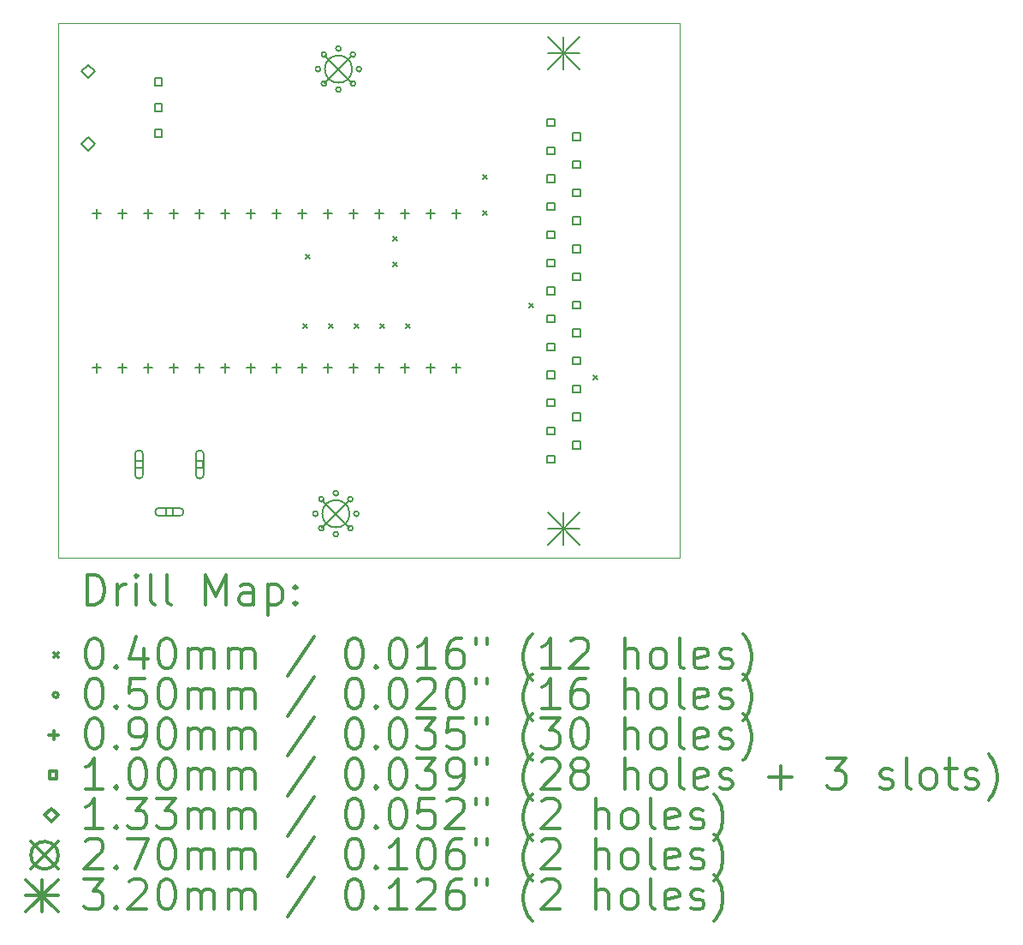
<source format=gbr>
%FSLAX45Y45*%
G04 Gerber Fmt 4.5, Leading zero omitted, Abs format (unit mm)*
G04 Created by KiCad (PCBNEW (5.1.6)-1) date 2022-10-27 10:48:07*
%MOMM*%
%LPD*%
G01*
G04 APERTURE LIST*
%TA.AperFunction,Profile*%
%ADD10C,0.050000*%
%TD*%
%ADD11C,0.200000*%
%ADD12C,0.300000*%
G04 APERTURE END LIST*
D10*
X21005800Y-10541000D02*
X14859000Y-10541000D01*
X21005800Y-5257800D02*
X21005800Y-10541000D01*
X14859000Y-5257800D02*
X14859000Y-10541000D01*
X21005800Y-5257800D02*
X14859000Y-5257800D01*
D11*
X17277400Y-8235000D02*
X17317400Y-8275000D01*
X17317400Y-8235000D02*
X17277400Y-8275000D01*
X17302800Y-7549200D02*
X17342800Y-7589200D01*
X17342800Y-7549200D02*
X17302800Y-7589200D01*
X17531400Y-8235000D02*
X17571400Y-8275000D01*
X17571400Y-8235000D02*
X17531400Y-8275000D01*
X17785400Y-8235000D02*
X17825400Y-8275000D01*
X17825400Y-8235000D02*
X17785400Y-8275000D01*
X18039400Y-8235000D02*
X18079400Y-8275000D01*
X18079400Y-8235000D02*
X18039400Y-8275000D01*
X18166400Y-7371400D02*
X18206400Y-7411400D01*
X18206400Y-7371400D02*
X18166400Y-7411400D01*
X18166400Y-7625400D02*
X18206400Y-7665400D01*
X18206400Y-7625400D02*
X18166400Y-7665400D01*
X18293400Y-8235000D02*
X18333400Y-8275000D01*
X18333400Y-8235000D02*
X18293400Y-8275000D01*
X19055400Y-6761800D02*
X19095400Y-6801800D01*
X19095400Y-6761800D02*
X19055400Y-6801800D01*
X19055400Y-7117400D02*
X19095400Y-7157400D01*
X19095400Y-7117400D02*
X19055400Y-7157400D01*
X19512600Y-8031800D02*
X19552600Y-8071800D01*
X19552600Y-8031800D02*
X19512600Y-8071800D01*
X20147600Y-8743000D02*
X20187600Y-8783000D01*
X20187600Y-8743000D02*
X20147600Y-8783000D01*
X17450100Y-5715000D02*
G75*
G03*
X17450100Y-5715000I-25000J0D01*
G01*
X17509411Y-5571811D02*
G75*
G03*
X17509411Y-5571811I-25000J0D01*
G01*
X17509411Y-5858189D02*
G75*
G03*
X17509411Y-5858189I-25000J0D01*
G01*
X17652600Y-5512500D02*
G75*
G03*
X17652600Y-5512500I-25000J0D01*
G01*
X17652600Y-5917500D02*
G75*
G03*
X17652600Y-5917500I-25000J0D01*
G01*
X17795789Y-5571811D02*
G75*
G03*
X17795789Y-5571811I-25000J0D01*
G01*
X17795789Y-5858189D02*
G75*
G03*
X17795789Y-5858189I-25000J0D01*
G01*
X17855100Y-5715000D02*
G75*
G03*
X17855100Y-5715000I-25000J0D01*
G01*
X17424700Y-10109200D02*
G75*
G03*
X17424700Y-10109200I-25000J0D01*
G01*
X17484011Y-9966011D02*
G75*
G03*
X17484011Y-9966011I-25000J0D01*
G01*
X17484011Y-10252389D02*
G75*
G03*
X17484011Y-10252389I-25000J0D01*
G01*
X17627200Y-9906700D02*
G75*
G03*
X17627200Y-9906700I-25000J0D01*
G01*
X17627200Y-10311700D02*
G75*
G03*
X17627200Y-10311700I-25000J0D01*
G01*
X17770389Y-9966011D02*
G75*
G03*
X17770389Y-9966011I-25000J0D01*
G01*
X17770389Y-10252389D02*
G75*
G03*
X17770389Y-10252389I-25000J0D01*
G01*
X17829700Y-10109200D02*
G75*
G03*
X17829700Y-10109200I-25000J0D01*
G01*
X15237460Y-7097480D02*
X15237460Y-7187480D01*
X15192460Y-7142480D02*
X15282460Y-7142480D01*
X15237460Y-8621480D02*
X15237460Y-8711480D01*
X15192460Y-8666480D02*
X15282460Y-8666480D01*
X15491460Y-7097480D02*
X15491460Y-7187480D01*
X15446460Y-7142480D02*
X15536460Y-7142480D01*
X15491460Y-8621480D02*
X15491460Y-8711480D01*
X15446460Y-8666480D02*
X15536460Y-8666480D01*
X15745460Y-7097480D02*
X15745460Y-7187480D01*
X15700460Y-7142480D02*
X15790460Y-7142480D01*
X15745460Y-8621480D02*
X15745460Y-8711480D01*
X15700460Y-8666480D02*
X15790460Y-8666480D01*
X15999460Y-7097480D02*
X15999460Y-7187480D01*
X15954460Y-7142480D02*
X16044460Y-7142480D01*
X15999460Y-8621480D02*
X15999460Y-8711480D01*
X15954460Y-8666480D02*
X16044460Y-8666480D01*
X16253460Y-7097480D02*
X16253460Y-7187480D01*
X16208460Y-7142480D02*
X16298460Y-7142480D01*
X16253460Y-8621480D02*
X16253460Y-8711480D01*
X16208460Y-8666480D02*
X16298460Y-8666480D01*
X16507460Y-7097480D02*
X16507460Y-7187480D01*
X16462460Y-7142480D02*
X16552460Y-7142480D01*
X16507460Y-8621480D02*
X16507460Y-8711480D01*
X16462460Y-8666480D02*
X16552460Y-8666480D01*
X16761460Y-7097480D02*
X16761460Y-7187480D01*
X16716460Y-7142480D02*
X16806460Y-7142480D01*
X16761460Y-8621480D02*
X16761460Y-8711480D01*
X16716460Y-8666480D02*
X16806460Y-8666480D01*
X17015460Y-7097480D02*
X17015460Y-7187480D01*
X16970460Y-7142480D02*
X17060460Y-7142480D01*
X17015460Y-8621480D02*
X17015460Y-8711480D01*
X16970460Y-8666480D02*
X17060460Y-8666480D01*
X17269460Y-7097480D02*
X17269460Y-7187480D01*
X17224460Y-7142480D02*
X17314460Y-7142480D01*
X17269460Y-8621480D02*
X17269460Y-8711480D01*
X17224460Y-8666480D02*
X17314460Y-8666480D01*
X17523460Y-7097480D02*
X17523460Y-7187480D01*
X17478460Y-7142480D02*
X17568460Y-7142480D01*
X17523460Y-8621480D02*
X17523460Y-8711480D01*
X17478460Y-8666480D02*
X17568460Y-8666480D01*
X17777460Y-7097480D02*
X17777460Y-7187480D01*
X17732460Y-7142480D02*
X17822460Y-7142480D01*
X17777460Y-8621480D02*
X17777460Y-8711480D01*
X17732460Y-8666480D02*
X17822460Y-8666480D01*
X18031460Y-7097480D02*
X18031460Y-7187480D01*
X17986460Y-7142480D02*
X18076460Y-7142480D01*
X18031460Y-8621480D02*
X18031460Y-8711480D01*
X17986460Y-8666480D02*
X18076460Y-8666480D01*
X18285460Y-7097480D02*
X18285460Y-7187480D01*
X18240460Y-7142480D02*
X18330460Y-7142480D01*
X18285460Y-8621480D02*
X18285460Y-8711480D01*
X18240460Y-8666480D02*
X18330460Y-8666480D01*
X18539460Y-7097480D02*
X18539460Y-7187480D01*
X18494460Y-7142480D02*
X18584460Y-7142480D01*
X18539460Y-8621480D02*
X18539460Y-8711480D01*
X18494460Y-8666480D02*
X18584460Y-8666480D01*
X18793460Y-7097480D02*
X18793460Y-7187480D01*
X18748460Y-7142480D02*
X18838460Y-7142480D01*
X18793460Y-8621480D02*
X18793460Y-8711480D01*
X18748460Y-8666480D02*
X18838460Y-8666480D01*
X15691356Y-9656876D02*
X15691356Y-9586164D01*
X15620644Y-9586164D01*
X15620644Y-9656876D01*
X15691356Y-9656876D01*
X15616000Y-9521520D02*
X15616000Y-9721520D01*
X15696000Y-9521520D02*
X15696000Y-9721520D01*
X15616000Y-9721520D02*
G75*
G03*
X15696000Y-9721520I40000J0D01*
G01*
X15696000Y-9521520D02*
G75*
G03*
X15616000Y-9521520I-40000J0D01*
G01*
X15991356Y-10126876D02*
X15991356Y-10056164D01*
X15920644Y-10056164D01*
X15920644Y-10126876D01*
X15991356Y-10126876D01*
X15856000Y-10131520D02*
X16056000Y-10131520D01*
X15856000Y-10051520D02*
X16056000Y-10051520D01*
X16056000Y-10131520D02*
G75*
G03*
X16056000Y-10051520I0J40000D01*
G01*
X15856000Y-10051520D02*
G75*
G03*
X15856000Y-10131520I0J-40000D01*
G01*
X16291356Y-9656876D02*
X16291356Y-9586164D01*
X16220644Y-9586164D01*
X16220644Y-9656876D01*
X16291356Y-9656876D01*
X16216000Y-9521520D02*
X16216000Y-9721520D01*
X16296000Y-9521520D02*
X16296000Y-9721520D01*
X16216000Y-9721520D02*
G75*
G03*
X16296000Y-9721520I40000J0D01*
G01*
X16296000Y-9521520D02*
G75*
G03*
X16216000Y-9521520I-40000J0D01*
G01*
X19763536Y-6279536D02*
X19763536Y-6208824D01*
X19692824Y-6208824D01*
X19692824Y-6279536D01*
X19763536Y-6279536D01*
X19763536Y-6556536D02*
X19763536Y-6485824D01*
X19692824Y-6485824D01*
X19692824Y-6556536D01*
X19763536Y-6556536D01*
X19763536Y-6833536D02*
X19763536Y-6762824D01*
X19692824Y-6762824D01*
X19692824Y-6833536D01*
X19763536Y-6833536D01*
X19763536Y-7110536D02*
X19763536Y-7039824D01*
X19692824Y-7039824D01*
X19692824Y-7110536D01*
X19763536Y-7110536D01*
X19763536Y-7387536D02*
X19763536Y-7316824D01*
X19692824Y-7316824D01*
X19692824Y-7387536D01*
X19763536Y-7387536D01*
X19763536Y-7664536D02*
X19763536Y-7593824D01*
X19692824Y-7593824D01*
X19692824Y-7664536D01*
X19763536Y-7664536D01*
X19763536Y-7941536D02*
X19763536Y-7870824D01*
X19692824Y-7870824D01*
X19692824Y-7941536D01*
X19763536Y-7941536D01*
X19763536Y-8218536D02*
X19763536Y-8147824D01*
X19692824Y-8147824D01*
X19692824Y-8218536D01*
X19763536Y-8218536D01*
X19763536Y-8495536D02*
X19763536Y-8424824D01*
X19692824Y-8424824D01*
X19692824Y-8495536D01*
X19763536Y-8495536D01*
X19763536Y-8772536D02*
X19763536Y-8701824D01*
X19692824Y-8701824D01*
X19692824Y-8772536D01*
X19763536Y-8772536D01*
X19763536Y-9049536D02*
X19763536Y-8978824D01*
X19692824Y-8978824D01*
X19692824Y-9049536D01*
X19763536Y-9049536D01*
X19763536Y-9326536D02*
X19763536Y-9255824D01*
X19692824Y-9255824D01*
X19692824Y-9326536D01*
X19763536Y-9326536D01*
X19763536Y-9603536D02*
X19763536Y-9532824D01*
X19692824Y-9532824D01*
X19692824Y-9603536D01*
X19763536Y-9603536D01*
X20017536Y-6418036D02*
X20017536Y-6347324D01*
X19946824Y-6347324D01*
X19946824Y-6418036D01*
X20017536Y-6418036D01*
X20017536Y-6695036D02*
X20017536Y-6624324D01*
X19946824Y-6624324D01*
X19946824Y-6695036D01*
X20017536Y-6695036D01*
X20017536Y-6972036D02*
X20017536Y-6901324D01*
X19946824Y-6901324D01*
X19946824Y-6972036D01*
X20017536Y-6972036D01*
X20017536Y-7249036D02*
X20017536Y-7178324D01*
X19946824Y-7178324D01*
X19946824Y-7249036D01*
X20017536Y-7249036D01*
X20017536Y-7526036D02*
X20017536Y-7455324D01*
X19946824Y-7455324D01*
X19946824Y-7526036D01*
X20017536Y-7526036D01*
X20017536Y-7803036D02*
X20017536Y-7732324D01*
X19946824Y-7732324D01*
X19946824Y-7803036D01*
X20017536Y-7803036D01*
X20017536Y-8080036D02*
X20017536Y-8009324D01*
X19946824Y-8009324D01*
X19946824Y-8080036D01*
X20017536Y-8080036D01*
X20017536Y-8357036D02*
X20017536Y-8286324D01*
X19946824Y-8286324D01*
X19946824Y-8357036D01*
X20017536Y-8357036D01*
X20017536Y-8634036D02*
X20017536Y-8563324D01*
X19946824Y-8563324D01*
X19946824Y-8634036D01*
X20017536Y-8634036D01*
X20017536Y-8911036D02*
X20017536Y-8840324D01*
X19946824Y-8840324D01*
X19946824Y-8911036D01*
X20017536Y-8911036D01*
X20017536Y-9188036D02*
X20017536Y-9117324D01*
X19946824Y-9117324D01*
X19946824Y-9188036D01*
X20017536Y-9188036D01*
X20017536Y-9465036D02*
X20017536Y-9394324D01*
X19946824Y-9394324D01*
X19946824Y-9465036D01*
X20017536Y-9465036D01*
X15884956Y-5877356D02*
X15884956Y-5806644D01*
X15814244Y-5806644D01*
X15814244Y-5877356D01*
X15884956Y-5877356D01*
X15884956Y-6131356D02*
X15884956Y-6060644D01*
X15814244Y-6060644D01*
X15814244Y-6131356D01*
X15884956Y-6131356D01*
X15884956Y-6385356D02*
X15884956Y-6314644D01*
X15814244Y-6314644D01*
X15814244Y-6385356D01*
X15884956Y-6385356D01*
X15151100Y-5804925D02*
X15217525Y-5738500D01*
X15151100Y-5672075D01*
X15084675Y-5738500D01*
X15151100Y-5804925D01*
X15151100Y-6519925D02*
X15217525Y-6453500D01*
X15151100Y-6387075D01*
X15084675Y-6453500D01*
X15151100Y-6519925D01*
X17492600Y-5580000D02*
X17762600Y-5850000D01*
X17762600Y-5580000D02*
X17492600Y-5850000D01*
X17762600Y-5715000D02*
G75*
G03*
X17762600Y-5715000I-135000J0D01*
G01*
X17467200Y-9974200D02*
X17737200Y-10244200D01*
X17737200Y-9974200D02*
X17467200Y-10244200D01*
X17737200Y-10109200D02*
G75*
G03*
X17737200Y-10109200I-135000J0D01*
G01*
X19695180Y-5394180D02*
X20015180Y-5714180D01*
X20015180Y-5394180D02*
X19695180Y-5714180D01*
X19855180Y-5394180D02*
X19855180Y-5714180D01*
X19695180Y-5554180D02*
X20015180Y-5554180D01*
X19695180Y-10098180D02*
X20015180Y-10418180D01*
X20015180Y-10098180D02*
X19695180Y-10418180D01*
X19855180Y-10098180D02*
X19855180Y-10418180D01*
X19695180Y-10258180D02*
X20015180Y-10258180D01*
D12*
X15142928Y-11009214D02*
X15142928Y-10709214D01*
X15214357Y-10709214D01*
X15257214Y-10723500D01*
X15285786Y-10752072D01*
X15300071Y-10780643D01*
X15314357Y-10837786D01*
X15314357Y-10880643D01*
X15300071Y-10937786D01*
X15285786Y-10966357D01*
X15257214Y-10994929D01*
X15214357Y-11009214D01*
X15142928Y-11009214D01*
X15442928Y-11009214D02*
X15442928Y-10809214D01*
X15442928Y-10866357D02*
X15457214Y-10837786D01*
X15471500Y-10823500D01*
X15500071Y-10809214D01*
X15528643Y-10809214D01*
X15628643Y-11009214D02*
X15628643Y-10809214D01*
X15628643Y-10709214D02*
X15614357Y-10723500D01*
X15628643Y-10737786D01*
X15642928Y-10723500D01*
X15628643Y-10709214D01*
X15628643Y-10737786D01*
X15814357Y-11009214D02*
X15785786Y-10994929D01*
X15771500Y-10966357D01*
X15771500Y-10709214D01*
X15971500Y-11009214D02*
X15942928Y-10994929D01*
X15928643Y-10966357D01*
X15928643Y-10709214D01*
X16314357Y-11009214D02*
X16314357Y-10709214D01*
X16414357Y-10923500D01*
X16514357Y-10709214D01*
X16514357Y-11009214D01*
X16785786Y-11009214D02*
X16785786Y-10852072D01*
X16771500Y-10823500D01*
X16742928Y-10809214D01*
X16685786Y-10809214D01*
X16657214Y-10823500D01*
X16785786Y-10994929D02*
X16757214Y-11009214D01*
X16685786Y-11009214D01*
X16657214Y-10994929D01*
X16642928Y-10966357D01*
X16642928Y-10937786D01*
X16657214Y-10909214D01*
X16685786Y-10894929D01*
X16757214Y-10894929D01*
X16785786Y-10880643D01*
X16928643Y-10809214D02*
X16928643Y-11109214D01*
X16928643Y-10823500D02*
X16957214Y-10809214D01*
X17014357Y-10809214D01*
X17042928Y-10823500D01*
X17057214Y-10837786D01*
X17071500Y-10866357D01*
X17071500Y-10952072D01*
X17057214Y-10980643D01*
X17042928Y-10994929D01*
X17014357Y-11009214D01*
X16957214Y-11009214D01*
X16928643Y-10994929D01*
X17200071Y-10980643D02*
X17214357Y-10994929D01*
X17200071Y-11009214D01*
X17185786Y-10994929D01*
X17200071Y-10980643D01*
X17200071Y-11009214D01*
X17200071Y-10823500D02*
X17214357Y-10837786D01*
X17200071Y-10852072D01*
X17185786Y-10837786D01*
X17200071Y-10823500D01*
X17200071Y-10852072D01*
X14816500Y-11483500D02*
X14856500Y-11523500D01*
X14856500Y-11483500D02*
X14816500Y-11523500D01*
X15200071Y-11339214D02*
X15228643Y-11339214D01*
X15257214Y-11353500D01*
X15271500Y-11367786D01*
X15285786Y-11396357D01*
X15300071Y-11453500D01*
X15300071Y-11524929D01*
X15285786Y-11582071D01*
X15271500Y-11610643D01*
X15257214Y-11624929D01*
X15228643Y-11639214D01*
X15200071Y-11639214D01*
X15171500Y-11624929D01*
X15157214Y-11610643D01*
X15142928Y-11582071D01*
X15128643Y-11524929D01*
X15128643Y-11453500D01*
X15142928Y-11396357D01*
X15157214Y-11367786D01*
X15171500Y-11353500D01*
X15200071Y-11339214D01*
X15428643Y-11610643D02*
X15442928Y-11624929D01*
X15428643Y-11639214D01*
X15414357Y-11624929D01*
X15428643Y-11610643D01*
X15428643Y-11639214D01*
X15700071Y-11439214D02*
X15700071Y-11639214D01*
X15628643Y-11324929D02*
X15557214Y-11539214D01*
X15742928Y-11539214D01*
X15914357Y-11339214D02*
X15942928Y-11339214D01*
X15971500Y-11353500D01*
X15985786Y-11367786D01*
X16000071Y-11396357D01*
X16014357Y-11453500D01*
X16014357Y-11524929D01*
X16000071Y-11582071D01*
X15985786Y-11610643D01*
X15971500Y-11624929D01*
X15942928Y-11639214D01*
X15914357Y-11639214D01*
X15885786Y-11624929D01*
X15871500Y-11610643D01*
X15857214Y-11582071D01*
X15842928Y-11524929D01*
X15842928Y-11453500D01*
X15857214Y-11396357D01*
X15871500Y-11367786D01*
X15885786Y-11353500D01*
X15914357Y-11339214D01*
X16142928Y-11639214D02*
X16142928Y-11439214D01*
X16142928Y-11467786D02*
X16157214Y-11453500D01*
X16185786Y-11439214D01*
X16228643Y-11439214D01*
X16257214Y-11453500D01*
X16271500Y-11482071D01*
X16271500Y-11639214D01*
X16271500Y-11482071D02*
X16285786Y-11453500D01*
X16314357Y-11439214D01*
X16357214Y-11439214D01*
X16385786Y-11453500D01*
X16400071Y-11482071D01*
X16400071Y-11639214D01*
X16542928Y-11639214D02*
X16542928Y-11439214D01*
X16542928Y-11467786D02*
X16557214Y-11453500D01*
X16585786Y-11439214D01*
X16628643Y-11439214D01*
X16657214Y-11453500D01*
X16671500Y-11482071D01*
X16671500Y-11639214D01*
X16671500Y-11482071D02*
X16685786Y-11453500D01*
X16714357Y-11439214D01*
X16757214Y-11439214D01*
X16785786Y-11453500D01*
X16800071Y-11482071D01*
X16800071Y-11639214D01*
X17385786Y-11324929D02*
X17128643Y-11710643D01*
X17771500Y-11339214D02*
X17800071Y-11339214D01*
X17828643Y-11353500D01*
X17842928Y-11367786D01*
X17857214Y-11396357D01*
X17871500Y-11453500D01*
X17871500Y-11524929D01*
X17857214Y-11582071D01*
X17842928Y-11610643D01*
X17828643Y-11624929D01*
X17800071Y-11639214D01*
X17771500Y-11639214D01*
X17742928Y-11624929D01*
X17728643Y-11610643D01*
X17714357Y-11582071D01*
X17700071Y-11524929D01*
X17700071Y-11453500D01*
X17714357Y-11396357D01*
X17728643Y-11367786D01*
X17742928Y-11353500D01*
X17771500Y-11339214D01*
X18000071Y-11610643D02*
X18014357Y-11624929D01*
X18000071Y-11639214D01*
X17985786Y-11624929D01*
X18000071Y-11610643D01*
X18000071Y-11639214D01*
X18200071Y-11339214D02*
X18228643Y-11339214D01*
X18257214Y-11353500D01*
X18271500Y-11367786D01*
X18285786Y-11396357D01*
X18300071Y-11453500D01*
X18300071Y-11524929D01*
X18285786Y-11582071D01*
X18271500Y-11610643D01*
X18257214Y-11624929D01*
X18228643Y-11639214D01*
X18200071Y-11639214D01*
X18171500Y-11624929D01*
X18157214Y-11610643D01*
X18142928Y-11582071D01*
X18128643Y-11524929D01*
X18128643Y-11453500D01*
X18142928Y-11396357D01*
X18157214Y-11367786D01*
X18171500Y-11353500D01*
X18200071Y-11339214D01*
X18585786Y-11639214D02*
X18414357Y-11639214D01*
X18500071Y-11639214D02*
X18500071Y-11339214D01*
X18471500Y-11382071D01*
X18442928Y-11410643D01*
X18414357Y-11424929D01*
X18842928Y-11339214D02*
X18785786Y-11339214D01*
X18757214Y-11353500D01*
X18742928Y-11367786D01*
X18714357Y-11410643D01*
X18700071Y-11467786D01*
X18700071Y-11582071D01*
X18714357Y-11610643D01*
X18728643Y-11624929D01*
X18757214Y-11639214D01*
X18814357Y-11639214D01*
X18842928Y-11624929D01*
X18857214Y-11610643D01*
X18871500Y-11582071D01*
X18871500Y-11510643D01*
X18857214Y-11482071D01*
X18842928Y-11467786D01*
X18814357Y-11453500D01*
X18757214Y-11453500D01*
X18728643Y-11467786D01*
X18714357Y-11482071D01*
X18700071Y-11510643D01*
X18985786Y-11339214D02*
X18985786Y-11396357D01*
X19100071Y-11339214D02*
X19100071Y-11396357D01*
X19542928Y-11753500D02*
X19528643Y-11739214D01*
X19500071Y-11696357D01*
X19485786Y-11667786D01*
X19471500Y-11624929D01*
X19457214Y-11553500D01*
X19457214Y-11496357D01*
X19471500Y-11424929D01*
X19485786Y-11382071D01*
X19500071Y-11353500D01*
X19528643Y-11310643D01*
X19542928Y-11296357D01*
X19814357Y-11639214D02*
X19642928Y-11639214D01*
X19728643Y-11639214D02*
X19728643Y-11339214D01*
X19700071Y-11382071D01*
X19671500Y-11410643D01*
X19642928Y-11424929D01*
X19928643Y-11367786D02*
X19942928Y-11353500D01*
X19971500Y-11339214D01*
X20042928Y-11339214D01*
X20071500Y-11353500D01*
X20085786Y-11367786D01*
X20100071Y-11396357D01*
X20100071Y-11424929D01*
X20085786Y-11467786D01*
X19914357Y-11639214D01*
X20100071Y-11639214D01*
X20457214Y-11639214D02*
X20457214Y-11339214D01*
X20585786Y-11639214D02*
X20585786Y-11482071D01*
X20571500Y-11453500D01*
X20542928Y-11439214D01*
X20500071Y-11439214D01*
X20471500Y-11453500D01*
X20457214Y-11467786D01*
X20771500Y-11639214D02*
X20742928Y-11624929D01*
X20728643Y-11610643D01*
X20714357Y-11582071D01*
X20714357Y-11496357D01*
X20728643Y-11467786D01*
X20742928Y-11453500D01*
X20771500Y-11439214D01*
X20814357Y-11439214D01*
X20842928Y-11453500D01*
X20857214Y-11467786D01*
X20871500Y-11496357D01*
X20871500Y-11582071D01*
X20857214Y-11610643D01*
X20842928Y-11624929D01*
X20814357Y-11639214D01*
X20771500Y-11639214D01*
X21042928Y-11639214D02*
X21014357Y-11624929D01*
X21000071Y-11596357D01*
X21000071Y-11339214D01*
X21271500Y-11624929D02*
X21242928Y-11639214D01*
X21185786Y-11639214D01*
X21157214Y-11624929D01*
X21142928Y-11596357D01*
X21142928Y-11482071D01*
X21157214Y-11453500D01*
X21185786Y-11439214D01*
X21242928Y-11439214D01*
X21271500Y-11453500D01*
X21285786Y-11482071D01*
X21285786Y-11510643D01*
X21142928Y-11539214D01*
X21400071Y-11624929D02*
X21428643Y-11639214D01*
X21485786Y-11639214D01*
X21514357Y-11624929D01*
X21528643Y-11596357D01*
X21528643Y-11582071D01*
X21514357Y-11553500D01*
X21485786Y-11539214D01*
X21442928Y-11539214D01*
X21414357Y-11524929D01*
X21400071Y-11496357D01*
X21400071Y-11482071D01*
X21414357Y-11453500D01*
X21442928Y-11439214D01*
X21485786Y-11439214D01*
X21514357Y-11453500D01*
X21628643Y-11753500D02*
X21642928Y-11739214D01*
X21671500Y-11696357D01*
X21685786Y-11667786D01*
X21700071Y-11624929D01*
X21714357Y-11553500D01*
X21714357Y-11496357D01*
X21700071Y-11424929D01*
X21685786Y-11382071D01*
X21671500Y-11353500D01*
X21642928Y-11310643D01*
X21628643Y-11296357D01*
X14856500Y-11899500D02*
G75*
G03*
X14856500Y-11899500I-25000J0D01*
G01*
X15200071Y-11735214D02*
X15228643Y-11735214D01*
X15257214Y-11749500D01*
X15271500Y-11763786D01*
X15285786Y-11792357D01*
X15300071Y-11849500D01*
X15300071Y-11920929D01*
X15285786Y-11978071D01*
X15271500Y-12006643D01*
X15257214Y-12020929D01*
X15228643Y-12035214D01*
X15200071Y-12035214D01*
X15171500Y-12020929D01*
X15157214Y-12006643D01*
X15142928Y-11978071D01*
X15128643Y-11920929D01*
X15128643Y-11849500D01*
X15142928Y-11792357D01*
X15157214Y-11763786D01*
X15171500Y-11749500D01*
X15200071Y-11735214D01*
X15428643Y-12006643D02*
X15442928Y-12020929D01*
X15428643Y-12035214D01*
X15414357Y-12020929D01*
X15428643Y-12006643D01*
X15428643Y-12035214D01*
X15714357Y-11735214D02*
X15571500Y-11735214D01*
X15557214Y-11878071D01*
X15571500Y-11863786D01*
X15600071Y-11849500D01*
X15671500Y-11849500D01*
X15700071Y-11863786D01*
X15714357Y-11878071D01*
X15728643Y-11906643D01*
X15728643Y-11978071D01*
X15714357Y-12006643D01*
X15700071Y-12020929D01*
X15671500Y-12035214D01*
X15600071Y-12035214D01*
X15571500Y-12020929D01*
X15557214Y-12006643D01*
X15914357Y-11735214D02*
X15942928Y-11735214D01*
X15971500Y-11749500D01*
X15985786Y-11763786D01*
X16000071Y-11792357D01*
X16014357Y-11849500D01*
X16014357Y-11920929D01*
X16000071Y-11978071D01*
X15985786Y-12006643D01*
X15971500Y-12020929D01*
X15942928Y-12035214D01*
X15914357Y-12035214D01*
X15885786Y-12020929D01*
X15871500Y-12006643D01*
X15857214Y-11978071D01*
X15842928Y-11920929D01*
X15842928Y-11849500D01*
X15857214Y-11792357D01*
X15871500Y-11763786D01*
X15885786Y-11749500D01*
X15914357Y-11735214D01*
X16142928Y-12035214D02*
X16142928Y-11835214D01*
X16142928Y-11863786D02*
X16157214Y-11849500D01*
X16185786Y-11835214D01*
X16228643Y-11835214D01*
X16257214Y-11849500D01*
X16271500Y-11878071D01*
X16271500Y-12035214D01*
X16271500Y-11878071D02*
X16285786Y-11849500D01*
X16314357Y-11835214D01*
X16357214Y-11835214D01*
X16385786Y-11849500D01*
X16400071Y-11878071D01*
X16400071Y-12035214D01*
X16542928Y-12035214D02*
X16542928Y-11835214D01*
X16542928Y-11863786D02*
X16557214Y-11849500D01*
X16585786Y-11835214D01*
X16628643Y-11835214D01*
X16657214Y-11849500D01*
X16671500Y-11878071D01*
X16671500Y-12035214D01*
X16671500Y-11878071D02*
X16685786Y-11849500D01*
X16714357Y-11835214D01*
X16757214Y-11835214D01*
X16785786Y-11849500D01*
X16800071Y-11878071D01*
X16800071Y-12035214D01*
X17385786Y-11720929D02*
X17128643Y-12106643D01*
X17771500Y-11735214D02*
X17800071Y-11735214D01*
X17828643Y-11749500D01*
X17842928Y-11763786D01*
X17857214Y-11792357D01*
X17871500Y-11849500D01*
X17871500Y-11920929D01*
X17857214Y-11978071D01*
X17842928Y-12006643D01*
X17828643Y-12020929D01*
X17800071Y-12035214D01*
X17771500Y-12035214D01*
X17742928Y-12020929D01*
X17728643Y-12006643D01*
X17714357Y-11978071D01*
X17700071Y-11920929D01*
X17700071Y-11849500D01*
X17714357Y-11792357D01*
X17728643Y-11763786D01*
X17742928Y-11749500D01*
X17771500Y-11735214D01*
X18000071Y-12006643D02*
X18014357Y-12020929D01*
X18000071Y-12035214D01*
X17985786Y-12020929D01*
X18000071Y-12006643D01*
X18000071Y-12035214D01*
X18200071Y-11735214D02*
X18228643Y-11735214D01*
X18257214Y-11749500D01*
X18271500Y-11763786D01*
X18285786Y-11792357D01*
X18300071Y-11849500D01*
X18300071Y-11920929D01*
X18285786Y-11978071D01*
X18271500Y-12006643D01*
X18257214Y-12020929D01*
X18228643Y-12035214D01*
X18200071Y-12035214D01*
X18171500Y-12020929D01*
X18157214Y-12006643D01*
X18142928Y-11978071D01*
X18128643Y-11920929D01*
X18128643Y-11849500D01*
X18142928Y-11792357D01*
X18157214Y-11763786D01*
X18171500Y-11749500D01*
X18200071Y-11735214D01*
X18414357Y-11763786D02*
X18428643Y-11749500D01*
X18457214Y-11735214D01*
X18528643Y-11735214D01*
X18557214Y-11749500D01*
X18571500Y-11763786D01*
X18585786Y-11792357D01*
X18585786Y-11820929D01*
X18571500Y-11863786D01*
X18400071Y-12035214D01*
X18585786Y-12035214D01*
X18771500Y-11735214D02*
X18800071Y-11735214D01*
X18828643Y-11749500D01*
X18842928Y-11763786D01*
X18857214Y-11792357D01*
X18871500Y-11849500D01*
X18871500Y-11920929D01*
X18857214Y-11978071D01*
X18842928Y-12006643D01*
X18828643Y-12020929D01*
X18800071Y-12035214D01*
X18771500Y-12035214D01*
X18742928Y-12020929D01*
X18728643Y-12006643D01*
X18714357Y-11978071D01*
X18700071Y-11920929D01*
X18700071Y-11849500D01*
X18714357Y-11792357D01*
X18728643Y-11763786D01*
X18742928Y-11749500D01*
X18771500Y-11735214D01*
X18985786Y-11735214D02*
X18985786Y-11792357D01*
X19100071Y-11735214D02*
X19100071Y-11792357D01*
X19542928Y-12149500D02*
X19528643Y-12135214D01*
X19500071Y-12092357D01*
X19485786Y-12063786D01*
X19471500Y-12020929D01*
X19457214Y-11949500D01*
X19457214Y-11892357D01*
X19471500Y-11820929D01*
X19485786Y-11778071D01*
X19500071Y-11749500D01*
X19528643Y-11706643D01*
X19542928Y-11692357D01*
X19814357Y-12035214D02*
X19642928Y-12035214D01*
X19728643Y-12035214D02*
X19728643Y-11735214D01*
X19700071Y-11778071D01*
X19671500Y-11806643D01*
X19642928Y-11820929D01*
X20071500Y-11735214D02*
X20014357Y-11735214D01*
X19985786Y-11749500D01*
X19971500Y-11763786D01*
X19942928Y-11806643D01*
X19928643Y-11863786D01*
X19928643Y-11978071D01*
X19942928Y-12006643D01*
X19957214Y-12020929D01*
X19985786Y-12035214D01*
X20042928Y-12035214D01*
X20071500Y-12020929D01*
X20085786Y-12006643D01*
X20100071Y-11978071D01*
X20100071Y-11906643D01*
X20085786Y-11878071D01*
X20071500Y-11863786D01*
X20042928Y-11849500D01*
X19985786Y-11849500D01*
X19957214Y-11863786D01*
X19942928Y-11878071D01*
X19928643Y-11906643D01*
X20457214Y-12035214D02*
X20457214Y-11735214D01*
X20585786Y-12035214D02*
X20585786Y-11878071D01*
X20571500Y-11849500D01*
X20542928Y-11835214D01*
X20500071Y-11835214D01*
X20471500Y-11849500D01*
X20457214Y-11863786D01*
X20771500Y-12035214D02*
X20742928Y-12020929D01*
X20728643Y-12006643D01*
X20714357Y-11978071D01*
X20714357Y-11892357D01*
X20728643Y-11863786D01*
X20742928Y-11849500D01*
X20771500Y-11835214D01*
X20814357Y-11835214D01*
X20842928Y-11849500D01*
X20857214Y-11863786D01*
X20871500Y-11892357D01*
X20871500Y-11978071D01*
X20857214Y-12006643D01*
X20842928Y-12020929D01*
X20814357Y-12035214D01*
X20771500Y-12035214D01*
X21042928Y-12035214D02*
X21014357Y-12020929D01*
X21000071Y-11992357D01*
X21000071Y-11735214D01*
X21271500Y-12020929D02*
X21242928Y-12035214D01*
X21185786Y-12035214D01*
X21157214Y-12020929D01*
X21142928Y-11992357D01*
X21142928Y-11878071D01*
X21157214Y-11849500D01*
X21185786Y-11835214D01*
X21242928Y-11835214D01*
X21271500Y-11849500D01*
X21285786Y-11878071D01*
X21285786Y-11906643D01*
X21142928Y-11935214D01*
X21400071Y-12020929D02*
X21428643Y-12035214D01*
X21485786Y-12035214D01*
X21514357Y-12020929D01*
X21528643Y-11992357D01*
X21528643Y-11978071D01*
X21514357Y-11949500D01*
X21485786Y-11935214D01*
X21442928Y-11935214D01*
X21414357Y-11920929D01*
X21400071Y-11892357D01*
X21400071Y-11878071D01*
X21414357Y-11849500D01*
X21442928Y-11835214D01*
X21485786Y-11835214D01*
X21514357Y-11849500D01*
X21628643Y-12149500D02*
X21642928Y-12135214D01*
X21671500Y-12092357D01*
X21685786Y-12063786D01*
X21700071Y-12020929D01*
X21714357Y-11949500D01*
X21714357Y-11892357D01*
X21700071Y-11820929D01*
X21685786Y-11778071D01*
X21671500Y-11749500D01*
X21642928Y-11706643D01*
X21628643Y-11692357D01*
X14811500Y-12250500D02*
X14811500Y-12340500D01*
X14766500Y-12295500D02*
X14856500Y-12295500D01*
X15200071Y-12131214D02*
X15228643Y-12131214D01*
X15257214Y-12145500D01*
X15271500Y-12159786D01*
X15285786Y-12188357D01*
X15300071Y-12245500D01*
X15300071Y-12316929D01*
X15285786Y-12374071D01*
X15271500Y-12402643D01*
X15257214Y-12416929D01*
X15228643Y-12431214D01*
X15200071Y-12431214D01*
X15171500Y-12416929D01*
X15157214Y-12402643D01*
X15142928Y-12374071D01*
X15128643Y-12316929D01*
X15128643Y-12245500D01*
X15142928Y-12188357D01*
X15157214Y-12159786D01*
X15171500Y-12145500D01*
X15200071Y-12131214D01*
X15428643Y-12402643D02*
X15442928Y-12416929D01*
X15428643Y-12431214D01*
X15414357Y-12416929D01*
X15428643Y-12402643D01*
X15428643Y-12431214D01*
X15585786Y-12431214D02*
X15642928Y-12431214D01*
X15671500Y-12416929D01*
X15685786Y-12402643D01*
X15714357Y-12359786D01*
X15728643Y-12302643D01*
X15728643Y-12188357D01*
X15714357Y-12159786D01*
X15700071Y-12145500D01*
X15671500Y-12131214D01*
X15614357Y-12131214D01*
X15585786Y-12145500D01*
X15571500Y-12159786D01*
X15557214Y-12188357D01*
X15557214Y-12259786D01*
X15571500Y-12288357D01*
X15585786Y-12302643D01*
X15614357Y-12316929D01*
X15671500Y-12316929D01*
X15700071Y-12302643D01*
X15714357Y-12288357D01*
X15728643Y-12259786D01*
X15914357Y-12131214D02*
X15942928Y-12131214D01*
X15971500Y-12145500D01*
X15985786Y-12159786D01*
X16000071Y-12188357D01*
X16014357Y-12245500D01*
X16014357Y-12316929D01*
X16000071Y-12374071D01*
X15985786Y-12402643D01*
X15971500Y-12416929D01*
X15942928Y-12431214D01*
X15914357Y-12431214D01*
X15885786Y-12416929D01*
X15871500Y-12402643D01*
X15857214Y-12374071D01*
X15842928Y-12316929D01*
X15842928Y-12245500D01*
X15857214Y-12188357D01*
X15871500Y-12159786D01*
X15885786Y-12145500D01*
X15914357Y-12131214D01*
X16142928Y-12431214D02*
X16142928Y-12231214D01*
X16142928Y-12259786D02*
X16157214Y-12245500D01*
X16185786Y-12231214D01*
X16228643Y-12231214D01*
X16257214Y-12245500D01*
X16271500Y-12274071D01*
X16271500Y-12431214D01*
X16271500Y-12274071D02*
X16285786Y-12245500D01*
X16314357Y-12231214D01*
X16357214Y-12231214D01*
X16385786Y-12245500D01*
X16400071Y-12274071D01*
X16400071Y-12431214D01*
X16542928Y-12431214D02*
X16542928Y-12231214D01*
X16542928Y-12259786D02*
X16557214Y-12245500D01*
X16585786Y-12231214D01*
X16628643Y-12231214D01*
X16657214Y-12245500D01*
X16671500Y-12274071D01*
X16671500Y-12431214D01*
X16671500Y-12274071D02*
X16685786Y-12245500D01*
X16714357Y-12231214D01*
X16757214Y-12231214D01*
X16785786Y-12245500D01*
X16800071Y-12274071D01*
X16800071Y-12431214D01*
X17385786Y-12116929D02*
X17128643Y-12502643D01*
X17771500Y-12131214D02*
X17800071Y-12131214D01*
X17828643Y-12145500D01*
X17842928Y-12159786D01*
X17857214Y-12188357D01*
X17871500Y-12245500D01*
X17871500Y-12316929D01*
X17857214Y-12374071D01*
X17842928Y-12402643D01*
X17828643Y-12416929D01*
X17800071Y-12431214D01*
X17771500Y-12431214D01*
X17742928Y-12416929D01*
X17728643Y-12402643D01*
X17714357Y-12374071D01*
X17700071Y-12316929D01*
X17700071Y-12245500D01*
X17714357Y-12188357D01*
X17728643Y-12159786D01*
X17742928Y-12145500D01*
X17771500Y-12131214D01*
X18000071Y-12402643D02*
X18014357Y-12416929D01*
X18000071Y-12431214D01*
X17985786Y-12416929D01*
X18000071Y-12402643D01*
X18000071Y-12431214D01*
X18200071Y-12131214D02*
X18228643Y-12131214D01*
X18257214Y-12145500D01*
X18271500Y-12159786D01*
X18285786Y-12188357D01*
X18300071Y-12245500D01*
X18300071Y-12316929D01*
X18285786Y-12374071D01*
X18271500Y-12402643D01*
X18257214Y-12416929D01*
X18228643Y-12431214D01*
X18200071Y-12431214D01*
X18171500Y-12416929D01*
X18157214Y-12402643D01*
X18142928Y-12374071D01*
X18128643Y-12316929D01*
X18128643Y-12245500D01*
X18142928Y-12188357D01*
X18157214Y-12159786D01*
X18171500Y-12145500D01*
X18200071Y-12131214D01*
X18400071Y-12131214D02*
X18585786Y-12131214D01*
X18485786Y-12245500D01*
X18528643Y-12245500D01*
X18557214Y-12259786D01*
X18571500Y-12274071D01*
X18585786Y-12302643D01*
X18585786Y-12374071D01*
X18571500Y-12402643D01*
X18557214Y-12416929D01*
X18528643Y-12431214D01*
X18442928Y-12431214D01*
X18414357Y-12416929D01*
X18400071Y-12402643D01*
X18857214Y-12131214D02*
X18714357Y-12131214D01*
X18700071Y-12274071D01*
X18714357Y-12259786D01*
X18742928Y-12245500D01*
X18814357Y-12245500D01*
X18842928Y-12259786D01*
X18857214Y-12274071D01*
X18871500Y-12302643D01*
X18871500Y-12374071D01*
X18857214Y-12402643D01*
X18842928Y-12416929D01*
X18814357Y-12431214D01*
X18742928Y-12431214D01*
X18714357Y-12416929D01*
X18700071Y-12402643D01*
X18985786Y-12131214D02*
X18985786Y-12188357D01*
X19100071Y-12131214D02*
X19100071Y-12188357D01*
X19542928Y-12545500D02*
X19528643Y-12531214D01*
X19500071Y-12488357D01*
X19485786Y-12459786D01*
X19471500Y-12416929D01*
X19457214Y-12345500D01*
X19457214Y-12288357D01*
X19471500Y-12216929D01*
X19485786Y-12174071D01*
X19500071Y-12145500D01*
X19528643Y-12102643D01*
X19542928Y-12088357D01*
X19628643Y-12131214D02*
X19814357Y-12131214D01*
X19714357Y-12245500D01*
X19757214Y-12245500D01*
X19785786Y-12259786D01*
X19800071Y-12274071D01*
X19814357Y-12302643D01*
X19814357Y-12374071D01*
X19800071Y-12402643D01*
X19785786Y-12416929D01*
X19757214Y-12431214D01*
X19671500Y-12431214D01*
X19642928Y-12416929D01*
X19628643Y-12402643D01*
X20000071Y-12131214D02*
X20028643Y-12131214D01*
X20057214Y-12145500D01*
X20071500Y-12159786D01*
X20085786Y-12188357D01*
X20100071Y-12245500D01*
X20100071Y-12316929D01*
X20085786Y-12374071D01*
X20071500Y-12402643D01*
X20057214Y-12416929D01*
X20028643Y-12431214D01*
X20000071Y-12431214D01*
X19971500Y-12416929D01*
X19957214Y-12402643D01*
X19942928Y-12374071D01*
X19928643Y-12316929D01*
X19928643Y-12245500D01*
X19942928Y-12188357D01*
X19957214Y-12159786D01*
X19971500Y-12145500D01*
X20000071Y-12131214D01*
X20457214Y-12431214D02*
X20457214Y-12131214D01*
X20585786Y-12431214D02*
X20585786Y-12274071D01*
X20571500Y-12245500D01*
X20542928Y-12231214D01*
X20500071Y-12231214D01*
X20471500Y-12245500D01*
X20457214Y-12259786D01*
X20771500Y-12431214D02*
X20742928Y-12416929D01*
X20728643Y-12402643D01*
X20714357Y-12374071D01*
X20714357Y-12288357D01*
X20728643Y-12259786D01*
X20742928Y-12245500D01*
X20771500Y-12231214D01*
X20814357Y-12231214D01*
X20842928Y-12245500D01*
X20857214Y-12259786D01*
X20871500Y-12288357D01*
X20871500Y-12374071D01*
X20857214Y-12402643D01*
X20842928Y-12416929D01*
X20814357Y-12431214D01*
X20771500Y-12431214D01*
X21042928Y-12431214D02*
X21014357Y-12416929D01*
X21000071Y-12388357D01*
X21000071Y-12131214D01*
X21271500Y-12416929D02*
X21242928Y-12431214D01*
X21185786Y-12431214D01*
X21157214Y-12416929D01*
X21142928Y-12388357D01*
X21142928Y-12274071D01*
X21157214Y-12245500D01*
X21185786Y-12231214D01*
X21242928Y-12231214D01*
X21271500Y-12245500D01*
X21285786Y-12274071D01*
X21285786Y-12302643D01*
X21142928Y-12331214D01*
X21400071Y-12416929D02*
X21428643Y-12431214D01*
X21485786Y-12431214D01*
X21514357Y-12416929D01*
X21528643Y-12388357D01*
X21528643Y-12374071D01*
X21514357Y-12345500D01*
X21485786Y-12331214D01*
X21442928Y-12331214D01*
X21414357Y-12316929D01*
X21400071Y-12288357D01*
X21400071Y-12274071D01*
X21414357Y-12245500D01*
X21442928Y-12231214D01*
X21485786Y-12231214D01*
X21514357Y-12245500D01*
X21628643Y-12545500D02*
X21642928Y-12531214D01*
X21671500Y-12488357D01*
X21685786Y-12459786D01*
X21700071Y-12416929D01*
X21714357Y-12345500D01*
X21714357Y-12288357D01*
X21700071Y-12216929D01*
X21685786Y-12174071D01*
X21671500Y-12145500D01*
X21642928Y-12102643D01*
X21628643Y-12088357D01*
X14841856Y-12726856D02*
X14841856Y-12656144D01*
X14771144Y-12656144D01*
X14771144Y-12726856D01*
X14841856Y-12726856D01*
X15300071Y-12827214D02*
X15128643Y-12827214D01*
X15214357Y-12827214D02*
X15214357Y-12527214D01*
X15185786Y-12570071D01*
X15157214Y-12598643D01*
X15128643Y-12612929D01*
X15428643Y-12798643D02*
X15442928Y-12812929D01*
X15428643Y-12827214D01*
X15414357Y-12812929D01*
X15428643Y-12798643D01*
X15428643Y-12827214D01*
X15628643Y-12527214D02*
X15657214Y-12527214D01*
X15685786Y-12541500D01*
X15700071Y-12555786D01*
X15714357Y-12584357D01*
X15728643Y-12641500D01*
X15728643Y-12712929D01*
X15714357Y-12770071D01*
X15700071Y-12798643D01*
X15685786Y-12812929D01*
X15657214Y-12827214D01*
X15628643Y-12827214D01*
X15600071Y-12812929D01*
X15585786Y-12798643D01*
X15571500Y-12770071D01*
X15557214Y-12712929D01*
X15557214Y-12641500D01*
X15571500Y-12584357D01*
X15585786Y-12555786D01*
X15600071Y-12541500D01*
X15628643Y-12527214D01*
X15914357Y-12527214D02*
X15942928Y-12527214D01*
X15971500Y-12541500D01*
X15985786Y-12555786D01*
X16000071Y-12584357D01*
X16014357Y-12641500D01*
X16014357Y-12712929D01*
X16000071Y-12770071D01*
X15985786Y-12798643D01*
X15971500Y-12812929D01*
X15942928Y-12827214D01*
X15914357Y-12827214D01*
X15885786Y-12812929D01*
X15871500Y-12798643D01*
X15857214Y-12770071D01*
X15842928Y-12712929D01*
X15842928Y-12641500D01*
X15857214Y-12584357D01*
X15871500Y-12555786D01*
X15885786Y-12541500D01*
X15914357Y-12527214D01*
X16142928Y-12827214D02*
X16142928Y-12627214D01*
X16142928Y-12655786D02*
X16157214Y-12641500D01*
X16185786Y-12627214D01*
X16228643Y-12627214D01*
X16257214Y-12641500D01*
X16271500Y-12670071D01*
X16271500Y-12827214D01*
X16271500Y-12670071D02*
X16285786Y-12641500D01*
X16314357Y-12627214D01*
X16357214Y-12627214D01*
X16385786Y-12641500D01*
X16400071Y-12670071D01*
X16400071Y-12827214D01*
X16542928Y-12827214D02*
X16542928Y-12627214D01*
X16542928Y-12655786D02*
X16557214Y-12641500D01*
X16585786Y-12627214D01*
X16628643Y-12627214D01*
X16657214Y-12641500D01*
X16671500Y-12670071D01*
X16671500Y-12827214D01*
X16671500Y-12670071D02*
X16685786Y-12641500D01*
X16714357Y-12627214D01*
X16757214Y-12627214D01*
X16785786Y-12641500D01*
X16800071Y-12670071D01*
X16800071Y-12827214D01*
X17385786Y-12512929D02*
X17128643Y-12898643D01*
X17771500Y-12527214D02*
X17800071Y-12527214D01*
X17828643Y-12541500D01*
X17842928Y-12555786D01*
X17857214Y-12584357D01*
X17871500Y-12641500D01*
X17871500Y-12712929D01*
X17857214Y-12770071D01*
X17842928Y-12798643D01*
X17828643Y-12812929D01*
X17800071Y-12827214D01*
X17771500Y-12827214D01*
X17742928Y-12812929D01*
X17728643Y-12798643D01*
X17714357Y-12770071D01*
X17700071Y-12712929D01*
X17700071Y-12641500D01*
X17714357Y-12584357D01*
X17728643Y-12555786D01*
X17742928Y-12541500D01*
X17771500Y-12527214D01*
X18000071Y-12798643D02*
X18014357Y-12812929D01*
X18000071Y-12827214D01*
X17985786Y-12812929D01*
X18000071Y-12798643D01*
X18000071Y-12827214D01*
X18200071Y-12527214D02*
X18228643Y-12527214D01*
X18257214Y-12541500D01*
X18271500Y-12555786D01*
X18285786Y-12584357D01*
X18300071Y-12641500D01*
X18300071Y-12712929D01*
X18285786Y-12770071D01*
X18271500Y-12798643D01*
X18257214Y-12812929D01*
X18228643Y-12827214D01*
X18200071Y-12827214D01*
X18171500Y-12812929D01*
X18157214Y-12798643D01*
X18142928Y-12770071D01*
X18128643Y-12712929D01*
X18128643Y-12641500D01*
X18142928Y-12584357D01*
X18157214Y-12555786D01*
X18171500Y-12541500D01*
X18200071Y-12527214D01*
X18400071Y-12527214D02*
X18585786Y-12527214D01*
X18485786Y-12641500D01*
X18528643Y-12641500D01*
X18557214Y-12655786D01*
X18571500Y-12670071D01*
X18585786Y-12698643D01*
X18585786Y-12770071D01*
X18571500Y-12798643D01*
X18557214Y-12812929D01*
X18528643Y-12827214D01*
X18442928Y-12827214D01*
X18414357Y-12812929D01*
X18400071Y-12798643D01*
X18728643Y-12827214D02*
X18785786Y-12827214D01*
X18814357Y-12812929D01*
X18828643Y-12798643D01*
X18857214Y-12755786D01*
X18871500Y-12698643D01*
X18871500Y-12584357D01*
X18857214Y-12555786D01*
X18842928Y-12541500D01*
X18814357Y-12527214D01*
X18757214Y-12527214D01*
X18728643Y-12541500D01*
X18714357Y-12555786D01*
X18700071Y-12584357D01*
X18700071Y-12655786D01*
X18714357Y-12684357D01*
X18728643Y-12698643D01*
X18757214Y-12712929D01*
X18814357Y-12712929D01*
X18842928Y-12698643D01*
X18857214Y-12684357D01*
X18871500Y-12655786D01*
X18985786Y-12527214D02*
X18985786Y-12584357D01*
X19100071Y-12527214D02*
X19100071Y-12584357D01*
X19542928Y-12941500D02*
X19528643Y-12927214D01*
X19500071Y-12884357D01*
X19485786Y-12855786D01*
X19471500Y-12812929D01*
X19457214Y-12741500D01*
X19457214Y-12684357D01*
X19471500Y-12612929D01*
X19485786Y-12570071D01*
X19500071Y-12541500D01*
X19528643Y-12498643D01*
X19542928Y-12484357D01*
X19642928Y-12555786D02*
X19657214Y-12541500D01*
X19685786Y-12527214D01*
X19757214Y-12527214D01*
X19785786Y-12541500D01*
X19800071Y-12555786D01*
X19814357Y-12584357D01*
X19814357Y-12612929D01*
X19800071Y-12655786D01*
X19628643Y-12827214D01*
X19814357Y-12827214D01*
X19985786Y-12655786D02*
X19957214Y-12641500D01*
X19942928Y-12627214D01*
X19928643Y-12598643D01*
X19928643Y-12584357D01*
X19942928Y-12555786D01*
X19957214Y-12541500D01*
X19985786Y-12527214D01*
X20042928Y-12527214D01*
X20071500Y-12541500D01*
X20085786Y-12555786D01*
X20100071Y-12584357D01*
X20100071Y-12598643D01*
X20085786Y-12627214D01*
X20071500Y-12641500D01*
X20042928Y-12655786D01*
X19985786Y-12655786D01*
X19957214Y-12670071D01*
X19942928Y-12684357D01*
X19928643Y-12712929D01*
X19928643Y-12770071D01*
X19942928Y-12798643D01*
X19957214Y-12812929D01*
X19985786Y-12827214D01*
X20042928Y-12827214D01*
X20071500Y-12812929D01*
X20085786Y-12798643D01*
X20100071Y-12770071D01*
X20100071Y-12712929D01*
X20085786Y-12684357D01*
X20071500Y-12670071D01*
X20042928Y-12655786D01*
X20457214Y-12827214D02*
X20457214Y-12527214D01*
X20585786Y-12827214D02*
X20585786Y-12670071D01*
X20571500Y-12641500D01*
X20542928Y-12627214D01*
X20500071Y-12627214D01*
X20471500Y-12641500D01*
X20457214Y-12655786D01*
X20771500Y-12827214D02*
X20742928Y-12812929D01*
X20728643Y-12798643D01*
X20714357Y-12770071D01*
X20714357Y-12684357D01*
X20728643Y-12655786D01*
X20742928Y-12641500D01*
X20771500Y-12627214D01*
X20814357Y-12627214D01*
X20842928Y-12641500D01*
X20857214Y-12655786D01*
X20871500Y-12684357D01*
X20871500Y-12770071D01*
X20857214Y-12798643D01*
X20842928Y-12812929D01*
X20814357Y-12827214D01*
X20771500Y-12827214D01*
X21042928Y-12827214D02*
X21014357Y-12812929D01*
X21000071Y-12784357D01*
X21000071Y-12527214D01*
X21271500Y-12812929D02*
X21242928Y-12827214D01*
X21185786Y-12827214D01*
X21157214Y-12812929D01*
X21142928Y-12784357D01*
X21142928Y-12670071D01*
X21157214Y-12641500D01*
X21185786Y-12627214D01*
X21242928Y-12627214D01*
X21271500Y-12641500D01*
X21285786Y-12670071D01*
X21285786Y-12698643D01*
X21142928Y-12727214D01*
X21400071Y-12812929D02*
X21428643Y-12827214D01*
X21485786Y-12827214D01*
X21514357Y-12812929D01*
X21528643Y-12784357D01*
X21528643Y-12770071D01*
X21514357Y-12741500D01*
X21485786Y-12727214D01*
X21442928Y-12727214D01*
X21414357Y-12712929D01*
X21400071Y-12684357D01*
X21400071Y-12670071D01*
X21414357Y-12641500D01*
X21442928Y-12627214D01*
X21485786Y-12627214D01*
X21514357Y-12641500D01*
X21885786Y-12712929D02*
X22114357Y-12712929D01*
X22000071Y-12827214D02*
X22000071Y-12598643D01*
X22457214Y-12527214D02*
X22642928Y-12527214D01*
X22542928Y-12641500D01*
X22585786Y-12641500D01*
X22614357Y-12655786D01*
X22628643Y-12670071D01*
X22642928Y-12698643D01*
X22642928Y-12770071D01*
X22628643Y-12798643D01*
X22614357Y-12812929D01*
X22585786Y-12827214D01*
X22500071Y-12827214D01*
X22471500Y-12812929D01*
X22457214Y-12798643D01*
X22985786Y-12812929D02*
X23014357Y-12827214D01*
X23071500Y-12827214D01*
X23100071Y-12812929D01*
X23114357Y-12784357D01*
X23114357Y-12770071D01*
X23100071Y-12741500D01*
X23071500Y-12727214D01*
X23028643Y-12727214D01*
X23000071Y-12712929D01*
X22985786Y-12684357D01*
X22985786Y-12670071D01*
X23000071Y-12641500D01*
X23028643Y-12627214D01*
X23071500Y-12627214D01*
X23100071Y-12641500D01*
X23285786Y-12827214D02*
X23257214Y-12812929D01*
X23242928Y-12784357D01*
X23242928Y-12527214D01*
X23442928Y-12827214D02*
X23414357Y-12812929D01*
X23400071Y-12798643D01*
X23385786Y-12770071D01*
X23385786Y-12684357D01*
X23400071Y-12655786D01*
X23414357Y-12641500D01*
X23442928Y-12627214D01*
X23485786Y-12627214D01*
X23514357Y-12641500D01*
X23528643Y-12655786D01*
X23542928Y-12684357D01*
X23542928Y-12770071D01*
X23528643Y-12798643D01*
X23514357Y-12812929D01*
X23485786Y-12827214D01*
X23442928Y-12827214D01*
X23628643Y-12627214D02*
X23742928Y-12627214D01*
X23671500Y-12527214D02*
X23671500Y-12784357D01*
X23685786Y-12812929D01*
X23714357Y-12827214D01*
X23742928Y-12827214D01*
X23828643Y-12812929D02*
X23857214Y-12827214D01*
X23914357Y-12827214D01*
X23942928Y-12812929D01*
X23957214Y-12784357D01*
X23957214Y-12770071D01*
X23942928Y-12741500D01*
X23914357Y-12727214D01*
X23871500Y-12727214D01*
X23842928Y-12712929D01*
X23828643Y-12684357D01*
X23828643Y-12670071D01*
X23842928Y-12641500D01*
X23871500Y-12627214D01*
X23914357Y-12627214D01*
X23942928Y-12641500D01*
X24057214Y-12941500D02*
X24071500Y-12927214D01*
X24100071Y-12884357D01*
X24114357Y-12855786D01*
X24128643Y-12812929D01*
X24142928Y-12741500D01*
X24142928Y-12684357D01*
X24128643Y-12612929D01*
X24114357Y-12570071D01*
X24100071Y-12541500D01*
X24071500Y-12498643D01*
X24057214Y-12484357D01*
X14790075Y-13153925D02*
X14856500Y-13087500D01*
X14790075Y-13021075D01*
X14723650Y-13087500D01*
X14790075Y-13153925D01*
X15300071Y-13223214D02*
X15128643Y-13223214D01*
X15214357Y-13223214D02*
X15214357Y-12923214D01*
X15185786Y-12966071D01*
X15157214Y-12994643D01*
X15128643Y-13008929D01*
X15428643Y-13194643D02*
X15442928Y-13208929D01*
X15428643Y-13223214D01*
X15414357Y-13208929D01*
X15428643Y-13194643D01*
X15428643Y-13223214D01*
X15542928Y-12923214D02*
X15728643Y-12923214D01*
X15628643Y-13037500D01*
X15671500Y-13037500D01*
X15700071Y-13051786D01*
X15714357Y-13066071D01*
X15728643Y-13094643D01*
X15728643Y-13166071D01*
X15714357Y-13194643D01*
X15700071Y-13208929D01*
X15671500Y-13223214D01*
X15585786Y-13223214D01*
X15557214Y-13208929D01*
X15542928Y-13194643D01*
X15828643Y-12923214D02*
X16014357Y-12923214D01*
X15914357Y-13037500D01*
X15957214Y-13037500D01*
X15985786Y-13051786D01*
X16000071Y-13066071D01*
X16014357Y-13094643D01*
X16014357Y-13166071D01*
X16000071Y-13194643D01*
X15985786Y-13208929D01*
X15957214Y-13223214D01*
X15871500Y-13223214D01*
X15842928Y-13208929D01*
X15828643Y-13194643D01*
X16142928Y-13223214D02*
X16142928Y-13023214D01*
X16142928Y-13051786D02*
X16157214Y-13037500D01*
X16185786Y-13023214D01*
X16228643Y-13023214D01*
X16257214Y-13037500D01*
X16271500Y-13066071D01*
X16271500Y-13223214D01*
X16271500Y-13066071D02*
X16285786Y-13037500D01*
X16314357Y-13023214D01*
X16357214Y-13023214D01*
X16385786Y-13037500D01*
X16400071Y-13066071D01*
X16400071Y-13223214D01*
X16542928Y-13223214D02*
X16542928Y-13023214D01*
X16542928Y-13051786D02*
X16557214Y-13037500D01*
X16585786Y-13023214D01*
X16628643Y-13023214D01*
X16657214Y-13037500D01*
X16671500Y-13066071D01*
X16671500Y-13223214D01*
X16671500Y-13066071D02*
X16685786Y-13037500D01*
X16714357Y-13023214D01*
X16757214Y-13023214D01*
X16785786Y-13037500D01*
X16800071Y-13066071D01*
X16800071Y-13223214D01*
X17385786Y-12908929D02*
X17128643Y-13294643D01*
X17771500Y-12923214D02*
X17800071Y-12923214D01*
X17828643Y-12937500D01*
X17842928Y-12951786D01*
X17857214Y-12980357D01*
X17871500Y-13037500D01*
X17871500Y-13108929D01*
X17857214Y-13166071D01*
X17842928Y-13194643D01*
X17828643Y-13208929D01*
X17800071Y-13223214D01*
X17771500Y-13223214D01*
X17742928Y-13208929D01*
X17728643Y-13194643D01*
X17714357Y-13166071D01*
X17700071Y-13108929D01*
X17700071Y-13037500D01*
X17714357Y-12980357D01*
X17728643Y-12951786D01*
X17742928Y-12937500D01*
X17771500Y-12923214D01*
X18000071Y-13194643D02*
X18014357Y-13208929D01*
X18000071Y-13223214D01*
X17985786Y-13208929D01*
X18000071Y-13194643D01*
X18000071Y-13223214D01*
X18200071Y-12923214D02*
X18228643Y-12923214D01*
X18257214Y-12937500D01*
X18271500Y-12951786D01*
X18285786Y-12980357D01*
X18300071Y-13037500D01*
X18300071Y-13108929D01*
X18285786Y-13166071D01*
X18271500Y-13194643D01*
X18257214Y-13208929D01*
X18228643Y-13223214D01*
X18200071Y-13223214D01*
X18171500Y-13208929D01*
X18157214Y-13194643D01*
X18142928Y-13166071D01*
X18128643Y-13108929D01*
X18128643Y-13037500D01*
X18142928Y-12980357D01*
X18157214Y-12951786D01*
X18171500Y-12937500D01*
X18200071Y-12923214D01*
X18571500Y-12923214D02*
X18428643Y-12923214D01*
X18414357Y-13066071D01*
X18428643Y-13051786D01*
X18457214Y-13037500D01*
X18528643Y-13037500D01*
X18557214Y-13051786D01*
X18571500Y-13066071D01*
X18585786Y-13094643D01*
X18585786Y-13166071D01*
X18571500Y-13194643D01*
X18557214Y-13208929D01*
X18528643Y-13223214D01*
X18457214Y-13223214D01*
X18428643Y-13208929D01*
X18414357Y-13194643D01*
X18700071Y-12951786D02*
X18714357Y-12937500D01*
X18742928Y-12923214D01*
X18814357Y-12923214D01*
X18842928Y-12937500D01*
X18857214Y-12951786D01*
X18871500Y-12980357D01*
X18871500Y-13008929D01*
X18857214Y-13051786D01*
X18685786Y-13223214D01*
X18871500Y-13223214D01*
X18985786Y-12923214D02*
X18985786Y-12980357D01*
X19100071Y-12923214D02*
X19100071Y-12980357D01*
X19542928Y-13337500D02*
X19528643Y-13323214D01*
X19500071Y-13280357D01*
X19485786Y-13251786D01*
X19471500Y-13208929D01*
X19457214Y-13137500D01*
X19457214Y-13080357D01*
X19471500Y-13008929D01*
X19485786Y-12966071D01*
X19500071Y-12937500D01*
X19528643Y-12894643D01*
X19542928Y-12880357D01*
X19642928Y-12951786D02*
X19657214Y-12937500D01*
X19685786Y-12923214D01*
X19757214Y-12923214D01*
X19785786Y-12937500D01*
X19800071Y-12951786D01*
X19814357Y-12980357D01*
X19814357Y-13008929D01*
X19800071Y-13051786D01*
X19628643Y-13223214D01*
X19814357Y-13223214D01*
X20171500Y-13223214D02*
X20171500Y-12923214D01*
X20300071Y-13223214D02*
X20300071Y-13066071D01*
X20285786Y-13037500D01*
X20257214Y-13023214D01*
X20214357Y-13023214D01*
X20185786Y-13037500D01*
X20171500Y-13051786D01*
X20485786Y-13223214D02*
X20457214Y-13208929D01*
X20442928Y-13194643D01*
X20428643Y-13166071D01*
X20428643Y-13080357D01*
X20442928Y-13051786D01*
X20457214Y-13037500D01*
X20485786Y-13023214D01*
X20528643Y-13023214D01*
X20557214Y-13037500D01*
X20571500Y-13051786D01*
X20585786Y-13080357D01*
X20585786Y-13166071D01*
X20571500Y-13194643D01*
X20557214Y-13208929D01*
X20528643Y-13223214D01*
X20485786Y-13223214D01*
X20757214Y-13223214D02*
X20728643Y-13208929D01*
X20714357Y-13180357D01*
X20714357Y-12923214D01*
X20985786Y-13208929D02*
X20957214Y-13223214D01*
X20900071Y-13223214D01*
X20871500Y-13208929D01*
X20857214Y-13180357D01*
X20857214Y-13066071D01*
X20871500Y-13037500D01*
X20900071Y-13023214D01*
X20957214Y-13023214D01*
X20985786Y-13037500D01*
X21000071Y-13066071D01*
X21000071Y-13094643D01*
X20857214Y-13123214D01*
X21114357Y-13208929D02*
X21142928Y-13223214D01*
X21200071Y-13223214D01*
X21228643Y-13208929D01*
X21242928Y-13180357D01*
X21242928Y-13166071D01*
X21228643Y-13137500D01*
X21200071Y-13123214D01*
X21157214Y-13123214D01*
X21128643Y-13108929D01*
X21114357Y-13080357D01*
X21114357Y-13066071D01*
X21128643Y-13037500D01*
X21157214Y-13023214D01*
X21200071Y-13023214D01*
X21228643Y-13037500D01*
X21342928Y-13337500D02*
X21357214Y-13323214D01*
X21385786Y-13280357D01*
X21400071Y-13251786D01*
X21414357Y-13208929D01*
X21428643Y-13137500D01*
X21428643Y-13080357D01*
X21414357Y-13008929D01*
X21400071Y-12966071D01*
X21385786Y-12937500D01*
X21357214Y-12894643D01*
X21342928Y-12880357D01*
X14586500Y-13348500D02*
X14856500Y-13618500D01*
X14856500Y-13348500D02*
X14586500Y-13618500D01*
X14856500Y-13483500D02*
G75*
G03*
X14856500Y-13483500I-135000J0D01*
G01*
X15128643Y-13347786D02*
X15142928Y-13333500D01*
X15171500Y-13319214D01*
X15242928Y-13319214D01*
X15271500Y-13333500D01*
X15285786Y-13347786D01*
X15300071Y-13376357D01*
X15300071Y-13404929D01*
X15285786Y-13447786D01*
X15114357Y-13619214D01*
X15300071Y-13619214D01*
X15428643Y-13590643D02*
X15442928Y-13604929D01*
X15428643Y-13619214D01*
X15414357Y-13604929D01*
X15428643Y-13590643D01*
X15428643Y-13619214D01*
X15542928Y-13319214D02*
X15742928Y-13319214D01*
X15614357Y-13619214D01*
X15914357Y-13319214D02*
X15942928Y-13319214D01*
X15971500Y-13333500D01*
X15985786Y-13347786D01*
X16000071Y-13376357D01*
X16014357Y-13433500D01*
X16014357Y-13504929D01*
X16000071Y-13562071D01*
X15985786Y-13590643D01*
X15971500Y-13604929D01*
X15942928Y-13619214D01*
X15914357Y-13619214D01*
X15885786Y-13604929D01*
X15871500Y-13590643D01*
X15857214Y-13562071D01*
X15842928Y-13504929D01*
X15842928Y-13433500D01*
X15857214Y-13376357D01*
X15871500Y-13347786D01*
X15885786Y-13333500D01*
X15914357Y-13319214D01*
X16142928Y-13619214D02*
X16142928Y-13419214D01*
X16142928Y-13447786D02*
X16157214Y-13433500D01*
X16185786Y-13419214D01*
X16228643Y-13419214D01*
X16257214Y-13433500D01*
X16271500Y-13462071D01*
X16271500Y-13619214D01*
X16271500Y-13462071D02*
X16285786Y-13433500D01*
X16314357Y-13419214D01*
X16357214Y-13419214D01*
X16385786Y-13433500D01*
X16400071Y-13462071D01*
X16400071Y-13619214D01*
X16542928Y-13619214D02*
X16542928Y-13419214D01*
X16542928Y-13447786D02*
X16557214Y-13433500D01*
X16585786Y-13419214D01*
X16628643Y-13419214D01*
X16657214Y-13433500D01*
X16671500Y-13462071D01*
X16671500Y-13619214D01*
X16671500Y-13462071D02*
X16685786Y-13433500D01*
X16714357Y-13419214D01*
X16757214Y-13419214D01*
X16785786Y-13433500D01*
X16800071Y-13462071D01*
X16800071Y-13619214D01*
X17385786Y-13304929D02*
X17128643Y-13690643D01*
X17771500Y-13319214D02*
X17800071Y-13319214D01*
X17828643Y-13333500D01*
X17842928Y-13347786D01*
X17857214Y-13376357D01*
X17871500Y-13433500D01*
X17871500Y-13504929D01*
X17857214Y-13562071D01*
X17842928Y-13590643D01*
X17828643Y-13604929D01*
X17800071Y-13619214D01*
X17771500Y-13619214D01*
X17742928Y-13604929D01*
X17728643Y-13590643D01*
X17714357Y-13562071D01*
X17700071Y-13504929D01*
X17700071Y-13433500D01*
X17714357Y-13376357D01*
X17728643Y-13347786D01*
X17742928Y-13333500D01*
X17771500Y-13319214D01*
X18000071Y-13590643D02*
X18014357Y-13604929D01*
X18000071Y-13619214D01*
X17985786Y-13604929D01*
X18000071Y-13590643D01*
X18000071Y-13619214D01*
X18300071Y-13619214D02*
X18128643Y-13619214D01*
X18214357Y-13619214D02*
X18214357Y-13319214D01*
X18185786Y-13362071D01*
X18157214Y-13390643D01*
X18128643Y-13404929D01*
X18485786Y-13319214D02*
X18514357Y-13319214D01*
X18542928Y-13333500D01*
X18557214Y-13347786D01*
X18571500Y-13376357D01*
X18585786Y-13433500D01*
X18585786Y-13504929D01*
X18571500Y-13562071D01*
X18557214Y-13590643D01*
X18542928Y-13604929D01*
X18514357Y-13619214D01*
X18485786Y-13619214D01*
X18457214Y-13604929D01*
X18442928Y-13590643D01*
X18428643Y-13562071D01*
X18414357Y-13504929D01*
X18414357Y-13433500D01*
X18428643Y-13376357D01*
X18442928Y-13347786D01*
X18457214Y-13333500D01*
X18485786Y-13319214D01*
X18842928Y-13319214D02*
X18785786Y-13319214D01*
X18757214Y-13333500D01*
X18742928Y-13347786D01*
X18714357Y-13390643D01*
X18700071Y-13447786D01*
X18700071Y-13562071D01*
X18714357Y-13590643D01*
X18728643Y-13604929D01*
X18757214Y-13619214D01*
X18814357Y-13619214D01*
X18842928Y-13604929D01*
X18857214Y-13590643D01*
X18871500Y-13562071D01*
X18871500Y-13490643D01*
X18857214Y-13462071D01*
X18842928Y-13447786D01*
X18814357Y-13433500D01*
X18757214Y-13433500D01*
X18728643Y-13447786D01*
X18714357Y-13462071D01*
X18700071Y-13490643D01*
X18985786Y-13319214D02*
X18985786Y-13376357D01*
X19100071Y-13319214D02*
X19100071Y-13376357D01*
X19542928Y-13733500D02*
X19528643Y-13719214D01*
X19500071Y-13676357D01*
X19485786Y-13647786D01*
X19471500Y-13604929D01*
X19457214Y-13533500D01*
X19457214Y-13476357D01*
X19471500Y-13404929D01*
X19485786Y-13362071D01*
X19500071Y-13333500D01*
X19528643Y-13290643D01*
X19542928Y-13276357D01*
X19642928Y-13347786D02*
X19657214Y-13333500D01*
X19685786Y-13319214D01*
X19757214Y-13319214D01*
X19785786Y-13333500D01*
X19800071Y-13347786D01*
X19814357Y-13376357D01*
X19814357Y-13404929D01*
X19800071Y-13447786D01*
X19628643Y-13619214D01*
X19814357Y-13619214D01*
X20171500Y-13619214D02*
X20171500Y-13319214D01*
X20300071Y-13619214D02*
X20300071Y-13462071D01*
X20285786Y-13433500D01*
X20257214Y-13419214D01*
X20214357Y-13419214D01*
X20185786Y-13433500D01*
X20171500Y-13447786D01*
X20485786Y-13619214D02*
X20457214Y-13604929D01*
X20442928Y-13590643D01*
X20428643Y-13562071D01*
X20428643Y-13476357D01*
X20442928Y-13447786D01*
X20457214Y-13433500D01*
X20485786Y-13419214D01*
X20528643Y-13419214D01*
X20557214Y-13433500D01*
X20571500Y-13447786D01*
X20585786Y-13476357D01*
X20585786Y-13562071D01*
X20571500Y-13590643D01*
X20557214Y-13604929D01*
X20528643Y-13619214D01*
X20485786Y-13619214D01*
X20757214Y-13619214D02*
X20728643Y-13604929D01*
X20714357Y-13576357D01*
X20714357Y-13319214D01*
X20985786Y-13604929D02*
X20957214Y-13619214D01*
X20900071Y-13619214D01*
X20871500Y-13604929D01*
X20857214Y-13576357D01*
X20857214Y-13462071D01*
X20871500Y-13433500D01*
X20900071Y-13419214D01*
X20957214Y-13419214D01*
X20985786Y-13433500D01*
X21000071Y-13462071D01*
X21000071Y-13490643D01*
X20857214Y-13519214D01*
X21114357Y-13604929D02*
X21142928Y-13619214D01*
X21200071Y-13619214D01*
X21228643Y-13604929D01*
X21242928Y-13576357D01*
X21242928Y-13562071D01*
X21228643Y-13533500D01*
X21200071Y-13519214D01*
X21157214Y-13519214D01*
X21128643Y-13504929D01*
X21114357Y-13476357D01*
X21114357Y-13462071D01*
X21128643Y-13433500D01*
X21157214Y-13419214D01*
X21200071Y-13419214D01*
X21228643Y-13433500D01*
X21342928Y-13733500D02*
X21357214Y-13719214D01*
X21385786Y-13676357D01*
X21400071Y-13647786D01*
X21414357Y-13604929D01*
X21428643Y-13533500D01*
X21428643Y-13476357D01*
X21414357Y-13404929D01*
X21400071Y-13362071D01*
X21385786Y-13333500D01*
X21357214Y-13290643D01*
X21342928Y-13276357D01*
X14536500Y-13723500D02*
X14856500Y-14043500D01*
X14856500Y-13723500D02*
X14536500Y-14043500D01*
X14696500Y-13723500D02*
X14696500Y-14043500D01*
X14536500Y-13883500D02*
X14856500Y-13883500D01*
X15114357Y-13719214D02*
X15300071Y-13719214D01*
X15200071Y-13833500D01*
X15242928Y-13833500D01*
X15271500Y-13847786D01*
X15285786Y-13862071D01*
X15300071Y-13890643D01*
X15300071Y-13962071D01*
X15285786Y-13990643D01*
X15271500Y-14004929D01*
X15242928Y-14019214D01*
X15157214Y-14019214D01*
X15128643Y-14004929D01*
X15114357Y-13990643D01*
X15428643Y-13990643D02*
X15442928Y-14004929D01*
X15428643Y-14019214D01*
X15414357Y-14004929D01*
X15428643Y-13990643D01*
X15428643Y-14019214D01*
X15557214Y-13747786D02*
X15571500Y-13733500D01*
X15600071Y-13719214D01*
X15671500Y-13719214D01*
X15700071Y-13733500D01*
X15714357Y-13747786D01*
X15728643Y-13776357D01*
X15728643Y-13804929D01*
X15714357Y-13847786D01*
X15542928Y-14019214D01*
X15728643Y-14019214D01*
X15914357Y-13719214D02*
X15942928Y-13719214D01*
X15971500Y-13733500D01*
X15985786Y-13747786D01*
X16000071Y-13776357D01*
X16014357Y-13833500D01*
X16014357Y-13904929D01*
X16000071Y-13962071D01*
X15985786Y-13990643D01*
X15971500Y-14004929D01*
X15942928Y-14019214D01*
X15914357Y-14019214D01*
X15885786Y-14004929D01*
X15871500Y-13990643D01*
X15857214Y-13962071D01*
X15842928Y-13904929D01*
X15842928Y-13833500D01*
X15857214Y-13776357D01*
X15871500Y-13747786D01*
X15885786Y-13733500D01*
X15914357Y-13719214D01*
X16142928Y-14019214D02*
X16142928Y-13819214D01*
X16142928Y-13847786D02*
X16157214Y-13833500D01*
X16185786Y-13819214D01*
X16228643Y-13819214D01*
X16257214Y-13833500D01*
X16271500Y-13862071D01*
X16271500Y-14019214D01*
X16271500Y-13862071D02*
X16285786Y-13833500D01*
X16314357Y-13819214D01*
X16357214Y-13819214D01*
X16385786Y-13833500D01*
X16400071Y-13862071D01*
X16400071Y-14019214D01*
X16542928Y-14019214D02*
X16542928Y-13819214D01*
X16542928Y-13847786D02*
X16557214Y-13833500D01*
X16585786Y-13819214D01*
X16628643Y-13819214D01*
X16657214Y-13833500D01*
X16671500Y-13862071D01*
X16671500Y-14019214D01*
X16671500Y-13862071D02*
X16685786Y-13833500D01*
X16714357Y-13819214D01*
X16757214Y-13819214D01*
X16785786Y-13833500D01*
X16800071Y-13862071D01*
X16800071Y-14019214D01*
X17385786Y-13704929D02*
X17128643Y-14090643D01*
X17771500Y-13719214D02*
X17800071Y-13719214D01*
X17828643Y-13733500D01*
X17842928Y-13747786D01*
X17857214Y-13776357D01*
X17871500Y-13833500D01*
X17871500Y-13904929D01*
X17857214Y-13962071D01*
X17842928Y-13990643D01*
X17828643Y-14004929D01*
X17800071Y-14019214D01*
X17771500Y-14019214D01*
X17742928Y-14004929D01*
X17728643Y-13990643D01*
X17714357Y-13962071D01*
X17700071Y-13904929D01*
X17700071Y-13833500D01*
X17714357Y-13776357D01*
X17728643Y-13747786D01*
X17742928Y-13733500D01*
X17771500Y-13719214D01*
X18000071Y-13990643D02*
X18014357Y-14004929D01*
X18000071Y-14019214D01*
X17985786Y-14004929D01*
X18000071Y-13990643D01*
X18000071Y-14019214D01*
X18300071Y-14019214D02*
X18128643Y-14019214D01*
X18214357Y-14019214D02*
X18214357Y-13719214D01*
X18185786Y-13762071D01*
X18157214Y-13790643D01*
X18128643Y-13804929D01*
X18414357Y-13747786D02*
X18428643Y-13733500D01*
X18457214Y-13719214D01*
X18528643Y-13719214D01*
X18557214Y-13733500D01*
X18571500Y-13747786D01*
X18585786Y-13776357D01*
X18585786Y-13804929D01*
X18571500Y-13847786D01*
X18400071Y-14019214D01*
X18585786Y-14019214D01*
X18842928Y-13719214D02*
X18785786Y-13719214D01*
X18757214Y-13733500D01*
X18742928Y-13747786D01*
X18714357Y-13790643D01*
X18700071Y-13847786D01*
X18700071Y-13962071D01*
X18714357Y-13990643D01*
X18728643Y-14004929D01*
X18757214Y-14019214D01*
X18814357Y-14019214D01*
X18842928Y-14004929D01*
X18857214Y-13990643D01*
X18871500Y-13962071D01*
X18871500Y-13890643D01*
X18857214Y-13862071D01*
X18842928Y-13847786D01*
X18814357Y-13833500D01*
X18757214Y-13833500D01*
X18728643Y-13847786D01*
X18714357Y-13862071D01*
X18700071Y-13890643D01*
X18985786Y-13719214D02*
X18985786Y-13776357D01*
X19100071Y-13719214D02*
X19100071Y-13776357D01*
X19542928Y-14133500D02*
X19528643Y-14119214D01*
X19500071Y-14076357D01*
X19485786Y-14047786D01*
X19471500Y-14004929D01*
X19457214Y-13933500D01*
X19457214Y-13876357D01*
X19471500Y-13804929D01*
X19485786Y-13762071D01*
X19500071Y-13733500D01*
X19528643Y-13690643D01*
X19542928Y-13676357D01*
X19642928Y-13747786D02*
X19657214Y-13733500D01*
X19685786Y-13719214D01*
X19757214Y-13719214D01*
X19785786Y-13733500D01*
X19800071Y-13747786D01*
X19814357Y-13776357D01*
X19814357Y-13804929D01*
X19800071Y-13847786D01*
X19628643Y-14019214D01*
X19814357Y-14019214D01*
X20171500Y-14019214D02*
X20171500Y-13719214D01*
X20300071Y-14019214D02*
X20300071Y-13862071D01*
X20285786Y-13833500D01*
X20257214Y-13819214D01*
X20214357Y-13819214D01*
X20185786Y-13833500D01*
X20171500Y-13847786D01*
X20485786Y-14019214D02*
X20457214Y-14004929D01*
X20442928Y-13990643D01*
X20428643Y-13962071D01*
X20428643Y-13876357D01*
X20442928Y-13847786D01*
X20457214Y-13833500D01*
X20485786Y-13819214D01*
X20528643Y-13819214D01*
X20557214Y-13833500D01*
X20571500Y-13847786D01*
X20585786Y-13876357D01*
X20585786Y-13962071D01*
X20571500Y-13990643D01*
X20557214Y-14004929D01*
X20528643Y-14019214D01*
X20485786Y-14019214D01*
X20757214Y-14019214D02*
X20728643Y-14004929D01*
X20714357Y-13976357D01*
X20714357Y-13719214D01*
X20985786Y-14004929D02*
X20957214Y-14019214D01*
X20900071Y-14019214D01*
X20871500Y-14004929D01*
X20857214Y-13976357D01*
X20857214Y-13862071D01*
X20871500Y-13833500D01*
X20900071Y-13819214D01*
X20957214Y-13819214D01*
X20985786Y-13833500D01*
X21000071Y-13862071D01*
X21000071Y-13890643D01*
X20857214Y-13919214D01*
X21114357Y-14004929D02*
X21142928Y-14019214D01*
X21200071Y-14019214D01*
X21228643Y-14004929D01*
X21242928Y-13976357D01*
X21242928Y-13962071D01*
X21228643Y-13933500D01*
X21200071Y-13919214D01*
X21157214Y-13919214D01*
X21128643Y-13904929D01*
X21114357Y-13876357D01*
X21114357Y-13862071D01*
X21128643Y-13833500D01*
X21157214Y-13819214D01*
X21200071Y-13819214D01*
X21228643Y-13833500D01*
X21342928Y-14133500D02*
X21357214Y-14119214D01*
X21385786Y-14076357D01*
X21400071Y-14047786D01*
X21414357Y-14004929D01*
X21428643Y-13933500D01*
X21428643Y-13876357D01*
X21414357Y-13804929D01*
X21400071Y-13762071D01*
X21385786Y-13733500D01*
X21357214Y-13690643D01*
X21342928Y-13676357D01*
M02*

</source>
